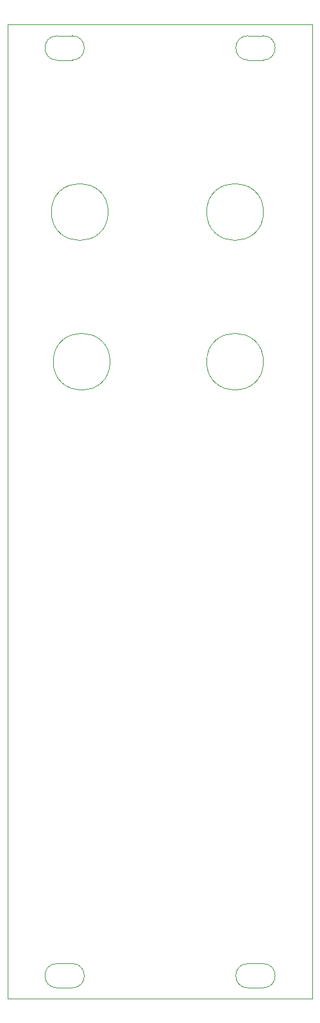
<source format=gbr>
G04 #@! TF.GenerationSoftware,KiCad,Pcbnew,(5.1.5-0)*
G04 #@! TF.CreationDate,2021-01-12T22:56:50-08:00*
G04 #@! TF.ProjectId,trackydacks,74726163-6b79-4646-9163-6b732e6b6963,rev?*
G04 #@! TF.SameCoordinates,Original*
G04 #@! TF.FileFunction,Profile,NP*
%FSLAX46Y46*%
G04 Gerber Fmt 4.6, Leading zero omitted, Abs format (unit mm)*
G04 Created by KiCad (PCBNEW (5.1.5-0)) date 2021-01-12 22:56:50*
%MOMM*%
%LPD*%
G04 APERTURE LIST*
%ADD10C,0.050000*%
G04 APERTURE END LIST*
D10*
X133700000Y98500000D02*
G75*
G02X133700000Y95300000I0J-1600000D01*
G01*
X131700000Y95300000D02*
G75*
G02X131700000Y98500000I0J1600000D01*
G01*
X133700000Y95300000D02*
X131700000Y95300000D01*
X133700000Y98500000D02*
X131700000Y98500000D01*
X131700000Y-27100000D02*
G75*
G02X131700000Y-23900000I0J1600000D01*
G01*
X133700000Y-23900000D02*
X131700000Y-23900000D01*
X133700000Y-23900000D02*
G75*
G02X133700000Y-27100000I0J-1600000D01*
G01*
X133700000Y-27100000D02*
X131700000Y-27100000D01*
X108500000Y-23900000D02*
G75*
G02X108500000Y-27100000I0J-1600000D01*
G01*
X106500000Y-27100000D02*
G75*
G02X106500000Y-23900000I0J1600000D01*
G01*
X108500000Y-23900000D02*
X106500000Y-23900000D01*
X108500000Y-27100000D02*
X106500000Y-27100000D01*
X108500000Y95300000D02*
X106500000Y95300000D01*
X108500000Y98500000D02*
X106500000Y98500000D01*
X108500000Y98500000D02*
G75*
G02X108500000Y95300000I0J-1600000D01*
G01*
X106500000Y95300000D02*
G75*
G02X106500000Y98500000I0J1600000D01*
G01*
X113500000Y55500000D02*
G75*
G03X113500000Y55500000I-3750000J0D01*
G01*
X113250000Y75250000D02*
G75*
G03X113250000Y75250000I-3750000J0D01*
G01*
X133750000Y75250000D02*
G75*
G03X133750000Y75250000I-3750000J0D01*
G01*
X133750000Y55500000D02*
G75*
G03X133750000Y55500000I-3750000J0D01*
G01*
X100000000Y-28500000D02*
X100000000Y100000000D01*
X140200000Y-28500000D02*
X100000000Y-28500000D01*
X140200000Y100000000D02*
X140200000Y-28500000D01*
X100000000Y100000000D02*
X140200000Y100000000D01*
M02*

</source>
